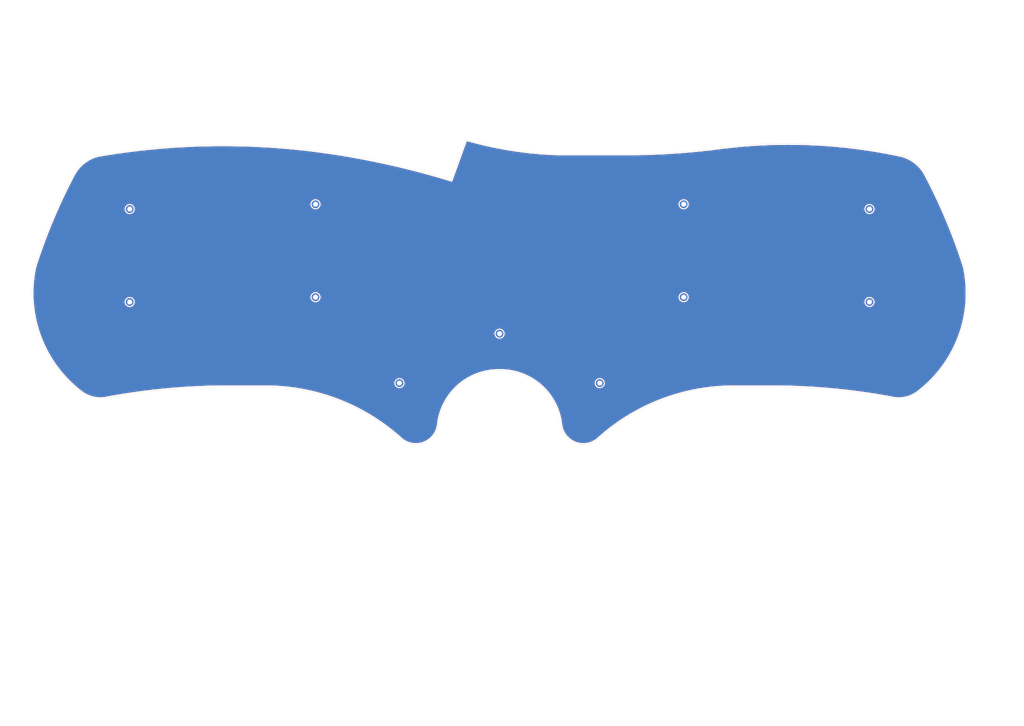
<source format=kicad_pcb>
(kicad_pcb (version 20211014) (generator pcbnew)
  (layers (0 "F.Cu" signal) (31 "B.Cu" signal) (34 "B.Paste" user) (35 "F.Paste" user) (36 "B.SilkS" user "B.Silkscreen") (37 "F.SilkS" user "F.Silkscreen") (38 "B.Mask" user) (39 "F.Mask" user) (44 "Edge.Cuts" user))
  (net 0 "")
  (footprint "" (layer "F.Cu") (at 132.424193 122.847288)
    (fp_text reference "" (at 0 0) (layer "F.SilkS") (effects (font (size 1.27 1.27))))
    (fp_text value "" (at 0 0) (layer "F.SilkS") (effects (font (size 1.27 1.27))))
    (pad "" np_thru_hole circle locked (at 0 0) (size 3.2 3.2) (drill 2) (layers F&B.Cu *.Mask))
  )
  (footprint "footprints:spacer_m2" (layer "F.Cu") (at 56.224172 86.716073)
    (fp_text reference "HM1" hide)
    (fp_text value "CaseHole" hide)
    (pad "" np_thru_hole circle locked (at 0 0) (size 3.2 3.2) (drill 2) (layers F&B.Cu *.Mask))
  )
  (footprint "" (layer "F.Cu") (at 56.224196 124.816034)
    (fp_text reference "" (at 0 0) (layer "F.SilkS") (effects (font (size 1.27 1.27))))
    (fp_text value "" (at 0 0) (layer "F.SilkS") (effects (font (size 1.27 1.27))))
    (pad "" np_thru_hole circle locked (at 0 0) (size 3.2 3.2) (drill 2) (layers F&B.Cu *.Mask))
  )
  (footprint "" (layer "F.Cu") (at 248.968036 158.0818)
    (fp_text reference "" (at 0 0) (layer "F.SilkS") (effects (font (size 1.27 1.27))))
    (fp_text value "" (at 0 0) (layer "F.SilkS") (effects (font (size 1.27 1.27))))
    (pad "" np_thru_hole circle locked (at 0 0) (size 3.2 3.2) (drill 2) (layers F&B.Cu *.Mask))
  )
  (footprint "" (layer "F.Cu") (at 359.574131 124.816034)
    (fp_text reference "" (at 0 0) (layer "F.SilkS") (effects (font (size 1.27 1.27))))
    (fp_text value "" (at 0 0) (layer "F.SilkS") (effects (font (size 1.27 1.27))))
    (pad "" np_thru_hole circle locked (at 0 0) (size 3.2 3.2) (drill 2) (layers F&B.Cu *.Mask))
  )
  (footprint "" (layer "F.Cu") (at 283.374139 84.747294)
    (fp_text reference "" (at 0 0) (layer "F.SilkS") (effects (font (size 1.27 1.27))))
    (fp_text value "" (at 0 0) (layer "F.SilkS") (effects (font (size 1.27 1.27))))
    (pad "" np_thru_hole circle locked (at 0 0) (size 3.2 3.2) (drill 2) (layers F&B.Cu *.Mask))
  )
  (footprint "" (layer "F.Cu") (at 283.374126 122.84729)
    (fp_text reference "" (at 0 0) (layer "F.SilkS") (effects (font (size 1.27 1.27))))
    (fp_text value "" (at 0 0) (layer "F.SilkS") (effects (font (size 1.27 1.27))))
    (pad "" np_thru_hole circle locked (at 0 0) (size 3.2 3.2) (drill 2) (layers F&B.Cu *.Mask))
  )
  (footprint "" (layer "F.Cu") (at 359.574154 86.71607)
    (fp_text reference "" (at 0 0) (layer "F.SilkS") (effects (font (size 1.27 1.27))))
    (fp_text value "" (at 0 0) (layer "F.SilkS") (effects (font (size 1.27 1.27))))
    (pad "" np_thru_hole circle locked (at 0 0) (size 3.2 3.2) (drill 2) (layers F&B.Cu *.Mask))
  )
  (footprint "" (layer "F.Cu") (at 166.830282 158.0818)
    (fp_text reference "" (at 0 0) (layer "F.SilkS") (effects (font (size 1.27 1.27))))
    (fp_text value "" (at 0 0) (layer "F.SilkS") (effects (font (size 1.27 1.27))))
    (pad "" np_thru_hole circle locked (at 0 0) (size 3.2 3.2) (drill 2) (layers F&B.Cu *.Mask))
  )
  (footprint "" (layer "F.Cu") (at 132.424179 84.747294)
    (fp_text reference "" (at 0 0) (layer "F.SilkS") (effects (font (size 1.27 1.27))))
    (fp_text value "" (at 0 0) (layer "F.SilkS") (effects (font (size 1.27 1.27))))
    (pad "" np_thru_hole circle locked (at 0 0) (size 3.2 3.2) (drill 2) (layers F&B.Cu *.Mask))
  )
  (footprint "" (layer "F.Cu") (at 207.899159 137.822295)
    (fp_text reference "" (at 0 0) (layer "F.SilkS") (effects (font (size 1.27 1.27))))
    (fp_text value "" (at 0 0) (layer "F.SilkS") (effects (font (size 1.27 1.27))))
    (pad "" np_thru_hole circle locked (at 0 0) (size 3.2 3.2) (drill 2) (layers F&B.Cu *.Mask))
  )
  (gr_arc (start 182.627909 175.341045) (mid 176.727008 182.56985) (end 167.546659 180.897295) (layer "Edge.Cuts") (width 0.1))
  (gr_arc (start 182.627909 175.341045) (mid 190.863738 159.136425) (end 207.899159 152.795044) (layer "Edge.Cuts") (width 0.1))
  (gr_arc (start 36.577909 161.847295) (mid 19.493848 138.841458) (end 17.527909 110.253545) (layer "Edge.Cuts") (width 0.1))
  (gr_line (start 304.607909 159.466045) (end 322.070409 159.466045) (layer "Edge.Cuts") (width 0.1))
  (gr_arc (start 33.274159 72.734795) (mid 37.556088 67.625365) (end 43.592909 64.797295) (layer "Edge.Cuts") (width 0.1))
  (gr_arc (start 144.494615 64.688794) (mid 166.493891 69.12407) (end 188.150865 75.007544) (layer "Edge.Cuts") (width 0.1))
  (gr_arc (start 207.899159 152.795044) (mid 224.934588 159.136416) (end 233.170409 175.341045) (layer "Edge.Cuts") (width 0.1))
  (gr_arc (start 297.464159 61.834795) (mid 280.828225 63.48484) (end 264.126659 64.216045) (layer "Edge.Cuts") (width 0.1))
  (gr_line (start 231.582909 64.216045) (end 239.520409 64.216045) (layer "Edge.Cuts") (width 0.1))
  (gr_arc (start 322.070409 159.466045) (mid 345.182613 160.699924) (end 368.107909 163.882252) (layer "Edge.Cuts") (width 0.1))
  (gr_arc (start 43.592909 64.797295) (mid 94.039197 60.497754) (end 144.494615 64.688794) (layer "Edge.Cuts") (width 0.1))
  (gr_arc (start 398.270409 110.253545) (mid 396.304471 138.841458) (end 379.220409 161.847295) (layer "Edge.Cuts") (width 0.1))
  (gr_arc (start 111.190409 159.466045) (mid 141.388305 164.870421) (end 167.546659 180.897295) (layer "Edge.Cuts") (width 0.1))
  (gr_arc (start 47.690409 163.882252) (mid 41.904205 164.120509) (end 36.577909 161.847295) (layer "Edge.Cuts") (width 0.1))
  (gr_line (start 239.520409 64.216045) (end 264.126659 64.216045) (layer "Edge.Cuts") (width 0.1))
  (gr_arc (start 17.527909 110.253545) (mid 24.581757 91.150328) (end 33.274159 72.734795) (layer "Edge.Cuts") (width 0.1))
  (gr_arc (start 372.205409 64.797295) (mid 378.242238 67.625357) (end 382.524159 72.734795) (layer "Edge.Cuts") (width 0.1))
  (gr_arc (start 382.524159 72.734795) (mid 391.21656 91.150328) (end 398.270409 110.253545) (layer "Edge.Cuts") (width 0.1))
  (gr_arc (start 248.251659 180.897295) (mid 274.410014 164.870422) (end 304.607909 159.466045) (layer "Edge.Cuts") (width 0.1))
  (gr_arc (start 379.220409 161.847295) (mid 373.894111 164.120497) (end 368.107909 163.882252) (layer "Edge.Cuts") (width 0.1))
  (gr_arc (start 231.582909 64.216045) (mid 212.702086 62.419511) (end 194.185591 58.314338) (layer "Edge.Cuts") (width 0.1))
  (gr_line (start 93.727909 159.466045) (end 111.190409 159.466045) (layer "Edge.Cuts") (width 0.1))
  (gr_line (start 188.150865 75.007544) (end 194.185591 58.314338) (layer "Edge.Cuts") (width 0.1))
  (gr_arc (start 248.251659 180.897295) (mid 239.071293 182.569849) (end 233.170409 175.341045) (layer "Edge.Cuts") (width 0.1))
  (gr_arc (start 47.690409 163.882252) (mid 70.615705 160.699922) (end 93.727909 159.466045) (layer "Edge.Cuts") (width 0.1))
  (gr_arc (start 297.464159 61.834795) (mid 334.962268 60.099733) (end 372.205409 64.797295) (layer "Edge.Cuts") (width 0.1))
  (zone (net 0) (net_name "") (layers F&B.Cu) (connect_pads (clearance 0.508)) (min_thickness 0.254) (fill yes (thermal_gap 0.508) (thermal_bridge_width 0.508))
    (polygon (pts (xy 422.936669 298.647289) (xy 3.042919 298.647289) (xy 3.042919 0.991039) (xy 422.936669 0.991039)))
  )
)
</source>
